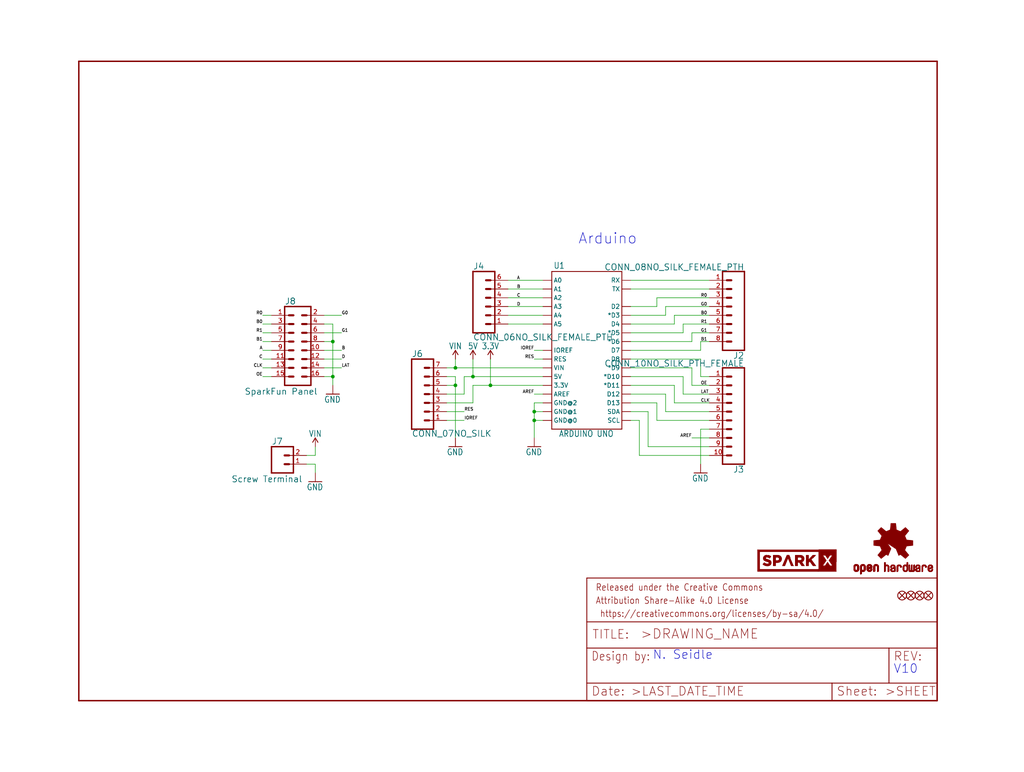
<source format=kicad_sch>
(kicad_sch (version 20211123) (generator eeschema)
  (paper "User" 297.002 223.926)
  (lib_symbols
    (symbol "eagleSchem-eagle-import:3.3V" (power)
      (property "Value" "3.3V" (at 0 2.794 0))
      (symbol "3.3V_1_0"
        (pin power_in line (at 0 0 90) (length 2.54) (name "3.3V") (number "1"))
      )
    )
    (symbol "eagleSchem-eagle-import:5V" (power)
      (property "Value" "5V" (at 0 2.794 0))
      (symbol "5V_1_0"
        (pin power_in line (at 0 0 90) (length 2.54) (name "5V") (number "1"))
      )
    )
    (symbol "eagleSchem-eagle-import:ARDUINO_R3_SHIELDNOLABELS"
      (property "Reference" "J" (at -9.652 21.082 0))
      (property "Value" "ARDUINO_R3_SHIELDNOLABELS" (at -6.35 -27.94 0))
      (symbol "ARDUINO_R3_SHIELDNOLABELS_1_0"
        (pin bidirectional line (at -12.7 -12.7 0) (length 2.54) (name "3.3V") (number "3.3V"))
        (pin bidirectional line (at -12.7 -10.16 0) (length 2.54) (name "5V") (number "5V"))
        (pin bidirectional line (at -12.7 17.78 0) (length 2.54) (name "A0") (number "A0"))
        (pin bidirectional line (at -12.7 15.24 0) (length 2.54) (name "A1") (number "A1"))
        (pin bidirectional line (at -12.7 12.7 0) (length 2.54) (name "A2") (number "A2"))
        (pin bidirectional line (at -12.7 10.16 0) (length 2.54) (name "A3") (number "A3"))
        (pin bidirectional line (at -12.7 7.62 0) (length 2.54) (name "A4") (number "A4"))
        (pin bidirectional line (at -12.7 5.08 0) (length 2.54) (name "A5") (number "A5"))
        (pin bidirectional line (at -12.7 -15.24 0) (length 2.54) (name "AREF") (number "AREF"))
        (pin bidirectional line (at 12.7 -10.16 180) (length 2.54) (name "*D10") (number "D10"))
        (pin bidirectional line (at 12.7 -12.7 180) (length 2.54) (name "*D11") (number "D11"))
        (pin bidirectional line (at 12.7 -15.24 180) (length 2.54) (name "D12") (number "D12"))
        (pin bidirectional line (at 12.7 -17.78 180) (length 2.54) (name "D13") (number "D13"))
        (pin bidirectional line (at 12.7 10.16 180) (length 2.54) (name "D2") (number "D2"))
        (pin bidirectional line (at 12.7 7.62 180) (length 2.54) (name "*D3") (number "D3"))
        (pin bidirectional line (at 12.7 5.08 180) (length 2.54) (name "D4") (number "D4"))
        (pin bidirectional line (at 12.7 2.54 180) (length 2.54) (name "*D5") (number "D5"))
        (pin bidirectional line (at 12.7 0 180) (length 2.54) (name "*D6") (number "D6"))
        (pin bidirectional line (at 12.7 -2.54 180) (length 2.54) (name "D7") (number "D7"))
        (pin bidirectional line (at 12.7 -5.08 180) (length 2.54) (name "D8") (number "D8"))
        (pin bidirectional line (at 12.7 -7.62 180) (length 2.54) (name "*D9") (number "D9"))
        (pin bidirectional line (at -12.7 -22.86 0) (length 2.54) (name "GND@0") (number "GND@0"))
        (pin bidirectional line (at -12.7 -20.32 0) (length 2.54) (name "GND@1") (number "GND@1"))
        (pin bidirectional line (at -12.7 -17.78 0) (length 2.54) (name "GND@2") (number "GND@2"))
        (pin bidirectional line (at -12.7 -2.54 0) (length 2.54) (name "IOREF") (number "IOREF"))
        (pin bidirectional line (at -12.7 -5.08 0) (length 2.54) (name "RES") (number "RES"))
        (pin bidirectional line (at 12.7 17.78 180) (length 2.54) (name "RX") (number "RX"))
        (pin bidirectional line (at 12.7 -22.86 180) (length 2.54) (name "SCL") (number "SCL"))
        (pin bidirectional line (at 12.7 -20.32 180) (length 2.54) (name "SDA") (number "SDA"))
        (pin bidirectional line (at 12.7 15.24 180) (length 2.54) (name "TX") (number "TX"))
        (pin bidirectional line (at -12.7 -7.62 0) (length 2.54) (name "VIN") (number "VIN"))
      )
    )
    (symbol "eagleSchem-eagle-import:CONN_025MM"
      (property "Reference" "J" (at -2.54 5.588 0))
      (property "Value" "CONN_025MM" (at -2.54 -4.826 0))
      (symbol "CONN_025MM_1_0"
        (pin passive line (at 7.62 0 180) (length 5.08) (name "1") (number "1"))
        (pin passive line (at 7.62 2.54 180) (length 5.08) (name "2") (number "2"))
      )
    )
    (symbol "eagleSchem-eagle-import:CONN_06NO_SILK_FEMALE_PTH"
      (property "Reference" "J" (at -5.08 10.668 0))
      (property "Value" "CONN_06NO_SILK_FEMALE_PTH" (at -5.08 -9.906 0))
      (symbol "CONN_06NO_SILK_FEMALE_PTH_1_0"
        (pin passive line (at 5.08 -5.08 180) (length 5.08) (name "1") (number "1"))
        (pin passive line (at 5.08 -2.54 180) (length 5.08) (name "2") (number "2"))
        (pin passive line (at 5.08 0 180) (length 5.08) (name "3") (number "3"))
        (pin passive line (at 5.08 2.54 180) (length 5.08) (name "4") (number "4"))
        (pin passive line (at 5.08 5.08 180) (length 5.08) (name "5") (number "5"))
        (pin passive line (at 5.08 7.62 180) (length 5.08) (name "6") (number "6"))
      )
    )
    (symbol "eagleSchem-eagle-import:CONN_07NO_SILK"
      (property "Reference" "J" (at -5.08 13.208 0))
      (property "Value" "CONN_07NO_SILK" (at -5.08 -9.906 0))
      (symbol "CONN_07NO_SILK_1_0"
        (pin passive line (at 5.08 -5.08 180) (length 5.08) (name "1") (number "1"))
        (pin passive line (at 5.08 -2.54 180) (length 5.08) (name "2") (number "2"))
        (pin passive line (at 5.08 0 180) (length 5.08) (name "3") (number "3"))
        (pin passive line (at 5.08 2.54 180) (length 5.08) (name "4") (number "4"))
        (pin passive line (at 5.08 5.08 180) (length 5.08) (name "5") (number "5"))
        (pin passive line (at 5.08 7.62 180) (length 5.08) (name "6") (number "6"))
        (pin passive line (at 5.08 10.16 180) (length 5.08) (name "7") (number "7"))
      )
    )
    (symbol "eagleSchem-eagle-import:CONN_08NO_SILK_FEMALE_PTH"
      (property "Reference" "J" (at -5.08 13.208 0))
      (property "Value" "CONN_08NO_SILK_FEMALE_PTH" (at -5.08 -12.446 0))
      (symbol "CONN_08NO_SILK_FEMALE_PTH_1_0"
        (pin passive line (at 5.08 -7.62 180) (length 5.08) (name "1") (number "1"))
        (pin passive line (at 5.08 -5.08 180) (length 5.08) (name "2") (number "2"))
        (pin passive line (at 5.08 -2.54 180) (length 5.08) (name "3") (number "3"))
        (pin passive line (at 5.08 0 180) (length 5.08) (name "4") (number "4"))
        (pin passive line (at 5.08 2.54 180) (length 5.08) (name "5") (number "5"))
        (pin passive line (at 5.08 5.08 180) (length 5.08) (name "6") (number "6"))
        (pin passive line (at 5.08 7.62 180) (length 5.08) (name "7") (number "7"))
        (pin passive line (at 5.08 10.16 180) (length 5.08) (name "8") (number "8"))
      )
    )
    (symbol "eagleSchem-eagle-import:CONN_08X2_SHROUD"
      (property "Reference" "J" (at -3.81 13.208 0))
      (property "Value" "CONN_08X2_SHROUD" (at -3.81 -12.446 0))
      (symbol "CONN_08X2_SHROUD_1_0"
        (pin passive line (at -7.62 10.16 0) (length 5.08) (name "1") (number "1"))
        (pin passive line (at 7.62 0 180) (length 5.08) (name "10") (number "10"))
        (pin passive line (at -7.62 -2.54 0) (length 5.08) (name "11") (number "11"))
        (pin passive line (at 7.62 -2.54 180) (length 5.08) (name "12") (number "12"))
        (pin passive line (at -7.62 -5.08 0) (length 5.08) (name "13") (number "13"))
        (pin passive line (at 7.62 -5.08 180) (length 5.08) (name "14") (number "14"))
        (pin passive line (at -7.62 -7.62 0) (length 5.08) (name "15") (number "15"))
        (pin passive line (at 7.62 -7.62 180) (length 5.08) (name "16") (number "16"))
        (pin passive line (at 7.62 10.16 180) (length 5.08) (name "2") (number "2"))
        (pin passive line (at -7.62 7.62 0) (length 5.08) (name "3") (number "3"))
        (pin passive line (at 7.62 7.62 180) (length 5.08) (name "4") (number "4"))
        (pin passive line (at -7.62 5.08 0) (length 5.08) (name "5") (number "5"))
        (pin passive line (at 7.62 5.08 180) (length 5.08) (name "6") (number "6"))
        (pin passive line (at -7.62 2.54 0) (length 5.08) (name "7") (number "7"))
        (pin passive line (at 7.62 2.54 180) (length 5.08) (name "8") (number "8"))
        (pin passive line (at -7.62 0 0) (length 5.08) (name "9") (number "9"))
      )
    )
    (symbol "eagleSchem-eagle-import:CONN_10NO_SILK_PTH_FEMALE"
      (property "Reference" "J" (at 0 8.128 0))
      (property "Value" "CONN_10NO_SILK_PTH_FEMALE" (at 0 -22.606 0))
      (symbol "CONN_10NO_SILK_PTH_FEMALE_1_0"
        (pin passive line (at 10.16 -17.78 180) (length 5.08) (name "1") (number "1"))
        (pin passive line (at 10.16 5.08 180) (length 5.08) (name "10") (number "10"))
        (pin passive line (at 10.16 -15.24 180) (length 5.08) (name "2") (number "2"))
        (pin passive line (at 10.16 -12.7 180) (length 5.08) (name "3") (number "3"))
        (pin passive line (at 10.16 -10.16 180) (length 5.08) (name "4") (number "4"))
        (pin passive line (at 10.16 -7.62 180) (length 5.08) (name "5") (number "5"))
        (pin passive line (at 10.16 -5.08 180) (length 5.08) (name "6") (number "6"))
        (pin passive line (at 10.16 -2.54 180) (length 5.08) (name "7") (number "7"))
        (pin passive line (at 10.16 0 180) (length 5.08) (name "8") (number "8"))
        (pin passive line (at 10.16 2.54 180) (length 5.08) (name "9") (number "9"))
      )
    )
    (symbol "eagleSchem-eagle-import:FIDUCIAL1X2")
    (symbol "eagleSchem-eagle-import:FRAME-LETTER"
      (symbol "FRAME-LETTER_2_0"
        (text " https://creativecommons.org/licenses/by-sa/4.0/" (at 2.54 24.13 0) (effects (font (size 1.9304 1.6408)) (justify left bottom)))
        (text ">DRAWING_NAME" (at 15.494 17.78 0) (effects (font (size 2.7432 2.7432)) (justify left bottom)))
        (text ">LAST_DATE_TIME" (at 12.7 1.27 0) (effects (font (size 2.54 2.54)) (justify left bottom)))
        (text ">SHEET" (at 86.36 1.27 0) (effects (font (size 2.54 2.54)) (justify left bottom)))
        (text "Attribution Share-Alike 4.0 License" (at 2.54 27.94 0) (effects (font (size 1.9304 1.6408)) (justify left bottom)))
        (text "Date:" (at 1.27 1.27 0) (effects (font (size 2.54 2.54)) (justify left bottom)))
        (text "Design by:" (at 1.27 11.43 0) (effects (font (size 2.54 2.159)) (justify left bottom)))
        (text "Released under the Creative Commons" (at 2.54 31.75 0) (effects (font (size 1.9304 1.6408)) (justify left bottom)))
        (text "REV:" (at 88.9 11.43 0) (effects (font (size 2.54 2.54)) (justify left bottom)))
        (text "Sheet:" (at 72.39 1.27 0) (effects (font (size 2.54 2.54)) (justify left bottom)))
        (text "TITLE:" (at 1.524 17.78 0) (effects (font (size 2.54 2.54)) (justify left bottom)))
      )
    )
    (symbol "eagleSchem-eagle-import:GND" (power)
      (property "Value" "GND" (at -2.54 -2.54 0))
      (symbol "GND_1_0"
        (pin power_in line (at 0 2.54 270) (length 2.54) (name "GND") (number "1"))
      )
    )
    (symbol "eagleSchem-eagle-import:OSHW-LOGOMINI")
    (symbol "eagleSchem-eagle-import:SPARKX-LOGO4")
    (symbol "eagleSchem-eagle-import:VIN" (power)
      (property "Value" "VIN" (at 0 2.794 0))
      (symbol "VIN_1_0"
        (pin power_in line (at 0 0 90) (length 2.54) (name "VIN") (number "1"))
      )
    )
  )
  (junction (at 132.08 106.68))
  (junction (at 137.16 109.22))
  (junction (at 132.08 111.76))
  (junction (at 154.94 121.92))
  (junction (at 142.24 111.76))
  (junction (at 96.52 109.22))
  (junction (at 154.94 119.38))
  (junction (at 96.52 99.06))
  (wire (pts (xy 93.98 101.6) (xy 99.06 101.6)))
  (wire (pts (xy 182.88 111.76) (xy 195.58 111.76)))
  (wire (pts (xy 96.52 109.22) (xy 96.52 111.76)))
  (wire (pts (xy 190.5 121.92) (xy 205.74 121.92)))
  (wire (pts (xy 137.16 109.22) (xy 134.62 109.22)))
  (wire (pts (xy 200.66 96.52) (xy 205.74 96.52)))
  (wire (pts (xy 78.74 99.06) (xy 76.2 99.06)))
  (wire (pts (xy 157.48 101.6) (xy 154.94 101.6)))
  (wire (pts (xy 147.32 93.98) (xy 157.48 93.98)))
  (wire (pts (xy 78.74 91.44) (xy 76.2 91.44)))
  (wire (pts (xy 203.2 104.14) (xy 203.2 109.22)))
  (wire (pts (xy 137.16 111.76) (xy 137.16 116.84)))
  (wire (pts (xy 93.98 93.98) (xy 96.52 93.98)))
  (wire (pts (xy 198.12 93.98) (xy 205.74 93.98)))
  (wire (pts (xy 132.08 104.14) (xy 132.08 106.68)))
  (wire (pts (xy 182.88 96.52) (xy 198.12 96.52)))
  (wire (pts (xy 182.88 116.84) (xy 190.5 116.84)))
  (wire (pts (xy 182.88 91.44) (xy 193.04 91.44)))
  (wire (pts (xy 190.5 116.84) (xy 190.5 121.92)))
  (wire (pts (xy 88.9 132.08) (xy 91.44 132.08)))
  (wire (pts (xy 182.88 81.28) (xy 205.74 81.28)))
  (wire (pts (xy 157.48 114.3) (xy 154.94 114.3)))
  (wire (pts (xy 154.94 121.92) (xy 154.94 127)))
  (wire (pts (xy 205.74 127) (xy 200.66 127)))
  (wire (pts (xy 193.04 91.44) (xy 193.04 88.9)))
  (wire (pts (xy 182.88 83.82) (xy 205.74 83.82)))
  (wire (pts (xy 147.32 81.28) (xy 157.48 81.28)))
  (wire (pts (xy 198.12 96.52) (xy 198.12 93.98)))
  (wire (pts (xy 185.42 132.08) (xy 185.42 121.92)))
  (wire (pts (xy 203.2 109.22) (xy 205.74 109.22)))
  (wire (pts (xy 195.58 111.76) (xy 195.58 116.84)))
  (wire (pts (xy 129.54 109.22) (xy 132.08 109.22)))
  (wire (pts (xy 157.48 106.68) (xy 132.08 106.68)))
  (wire (pts (xy 78.74 93.98) (xy 76.2 93.98)))
  (wire (pts (xy 154.94 116.84) (xy 154.94 119.38)))
  (wire (pts (xy 182.88 114.3) (xy 193.04 114.3)))
  (wire (pts (xy 193.04 114.3) (xy 193.04 119.38)))
  (wire (pts (xy 129.54 119.38) (xy 134.62 119.38)))
  (wire (pts (xy 187.96 119.38) (xy 187.96 129.54)))
  (wire (pts (xy 132.08 109.22) (xy 132.08 111.76)))
  (wire (pts (xy 182.88 109.22) (xy 198.12 109.22)))
  (wire (pts (xy 205.74 132.08) (xy 185.42 132.08)))
  (wire (pts (xy 134.62 109.22) (xy 134.62 114.3)))
  (wire (pts (xy 205.74 124.46) (xy 203.2 124.46)))
  (wire (pts (xy 88.9 134.62) (xy 91.44 134.62)))
  (wire (pts (xy 190.5 88.9) (xy 190.5 86.36)))
  (wire (pts (xy 182.88 106.68) (xy 200.66 106.68)))
  (wire (pts (xy 137.16 116.84) (xy 129.54 116.84)))
  (wire (pts (xy 182.88 104.14) (xy 203.2 104.14)))
  (wire (pts (xy 182.88 88.9) (xy 190.5 88.9)))
  (wire (pts (xy 185.42 121.92) (xy 182.88 121.92)))
  (wire (pts (xy 142.24 111.76) (xy 137.16 111.76)))
  (wire (pts (xy 157.48 119.38) (xy 154.94 119.38)))
  (wire (pts (xy 132.08 106.68) (xy 129.54 106.68)))
  (wire (pts (xy 187.96 129.54) (xy 205.74 129.54)))
  (wire (pts (xy 154.94 119.38) (xy 154.94 121.92)))
  (wire (pts (xy 195.58 91.44) (xy 205.74 91.44)))
  (wire (pts (xy 93.98 106.68) (xy 99.06 106.68)))
  (wire (pts (xy 96.52 99.06) (xy 96.52 109.22)))
  (wire (pts (xy 93.98 91.44) (xy 99.06 91.44)))
  (wire (pts (xy 78.74 96.52) (xy 76.2 96.52)))
  (wire (pts (xy 93.98 104.14) (xy 99.06 104.14)))
  (wire (pts (xy 182.88 101.6) (xy 203.2 101.6)))
  (wire (pts (xy 129.54 111.76) (xy 132.08 111.76)))
  (wire (pts (xy 190.5 86.36) (xy 205.74 86.36)))
  (wire (pts (xy 147.32 86.36) (xy 157.48 86.36)))
  (wire (pts (xy 200.66 99.06) (xy 200.66 96.52)))
  (wire (pts (xy 134.62 114.3) (xy 129.54 114.3)))
  (wire (pts (xy 93.98 109.22) (xy 96.52 109.22)))
  (wire (pts (xy 198.12 114.3) (xy 205.74 114.3)))
  (wire (pts (xy 195.58 93.98) (xy 195.58 91.44)))
  (wire (pts (xy 195.58 116.84) (xy 205.74 116.84)))
  (wire (pts (xy 91.44 132.08) (xy 91.44 129.54)))
  (wire (pts (xy 157.48 104.14) (xy 154.94 104.14)))
  (wire (pts (xy 182.88 99.06) (xy 200.66 99.06)))
  (wire (pts (xy 182.88 93.98) (xy 195.58 93.98)))
  (wire (pts (xy 137.16 109.22) (xy 137.16 104.14)))
  (wire (pts (xy 193.04 88.9) (xy 205.74 88.9)))
  (wire (pts (xy 147.32 83.82) (xy 157.48 83.82)))
  (wire (pts (xy 200.66 111.76) (xy 205.74 111.76)))
  (wire (pts (xy 78.74 104.14) (xy 76.2 104.14)))
  (wire (pts (xy 157.48 116.84) (xy 154.94 116.84)))
  (wire (pts (xy 93.98 99.06) (xy 96.52 99.06)))
  (wire (pts (xy 78.74 109.22) (xy 76.2 109.22)))
  (wire (pts (xy 96.52 93.98) (xy 96.52 99.06)))
  (wire (pts (xy 157.48 111.76) (xy 142.24 111.76)))
  (wire (pts (xy 200.66 106.68) (xy 200.66 111.76)))
  (wire (pts (xy 129.54 121.92) (xy 134.62 121.92)))
  (wire (pts (xy 91.44 134.62) (xy 91.44 137.16)))
  (wire (pts (xy 147.32 91.44) (xy 157.48 91.44)))
  (wire (pts (xy 193.04 119.38) (xy 205.74 119.38)))
  (wire (pts (xy 198.12 109.22) (xy 198.12 114.3)))
  (wire (pts (xy 93.98 96.52) (xy 99.06 96.52)))
  (wire (pts (xy 203.2 124.46) (xy 203.2 134.62)))
  (wire (pts (xy 203.2 99.06) (xy 205.74 99.06)))
  (wire (pts (xy 142.24 104.14) (xy 142.24 111.76)))
  (wire (pts (xy 78.74 101.6) (xy 76.2 101.6)))
  (wire (pts (xy 78.74 106.68) (xy 76.2 106.68)))
  (wire (pts (xy 157.48 121.92) (xy 154.94 121.92)))
  (wire (pts (xy 147.32 88.9) (xy 157.48 88.9)))
  (wire (pts (xy 203.2 101.6) (xy 203.2 99.06)))
  (wire (pts (xy 157.48 109.22) (xy 137.16 109.22)))
  (wire (pts (xy 182.88 119.38) (xy 187.96 119.38)))
  (wire (pts (xy 132.08 111.76) (xy 132.08 127)))
  (text "V10" (at 259.08 195.58 180) (effects (font (size 2.54 2.54)) (justify left bottom)))
  (text "Arduino" (at 167.64 71.12 180) (effects (font (size 3.048 3.048)) (justify left bottom)))
  (text "N. Seidle" (at 189.23 191.516 180) (effects (font (size 2.54 2.54)) (justify left bottom)))
  (label "D" (at 149.86 88.9 0) (effects (font (size 0.889 0.889))))
  (label "G0" (at 99.06 91.44 0) (effects (font (size 0.889 0.889))))
  (label "CLK" (at 203.2 116.84 0) (effects (font (size 0.889 0.889))))
  (label "B" (at 149.86 83.82 0) (effects (font (size 0.889 0.889))))
  (label "B1" (at 203.2 99.06 0) (effects (font (size 0.889 0.889))))
  (label "CLK" (at 76.2 106.68 180) (effects (font (size 0.889 0.889))))
  (label "LAT" (at 99.06 106.68 0) (effects (font (size 0.889 0.889))))
  (label "B0" (at 203.2 91.44 0) (effects (font (size 0.889 0.889))))
  (label "R1" (at 203.2 93.98 0) (effects (font (size 0.889 0.889))))
  (label "RES" (at 154.94 104.14 180) (effects (font (size 0.889 0.889))))
  (label "C" (at 149.86 86.36 0) (effects (font (size 0.889 0.889))))
  (label "RES" (at 134.62 119.38 0) (effects (font (size 0.889 0.889))))
  (label "AREF" (at 154.94 114.3 180) (effects (font (size 0.889 0.889))))
  (label "G1" (at 99.06 96.52 0) (effects (font (size 0.889 0.889))))
  (label "R0" (at 76.2 91.44 180) (effects (font (size 0.889 0.889))))
  (label "A" (at 76.2 101.6 180) (effects (font (size 0.889 0.889))))
  (label "C" (at 76.2 104.14 180) (effects (font (size 0.889 0.889))))
  (label "LAT" (at 203.2 114.3 0) (effects (font (size 0.889 0.889))))
  (label "B1" (at 76.2 99.06 180) (effects (font (size 0.889 0.889))))
  (label "AREF" (at 200.66 127 180) (effects (font (size 0.889 0.889))))
  (label "G0" (at 203.2 88.9 0) (effects (font (size 0.889 0.889))))
  (label "R0" (at 203.2 86.36 0) (effects (font (size 0.889 0.889))))
  (label "IOREF" (at 154.94 101.6 180) (effects (font (size 0.889 0.889))))
  (label "OE" (at 76.2 109.22 180) (effects (font (size 0.889 0.889))))
  (label "G1" (at 203.2 96.52 0) (effects (font (size 0.889 0.889))))
  (label "R1" (at 76.2 96.52 180) (effects (font (size 0.889 0.889))))
  (label "A" (at 149.86 81.28 0) (effects (font (size 0.889 0.889))))
  (label "B" (at 99.06 101.6 0) (effects (font (size 0.889 0.889))))
  (label "IOREF" (at 134.62 121.92 0) (effects (font (size 0.889 0.889))))
  (label "B0" (at 76.2 93.98 180) (effects (font (size 0.889 0.889))))
  (label "OE" (at 203.2 111.76 0) (effects (font (size 0.889 0.889))))
  (label "D" (at 99.06 104.14 0) (effects (font (size 0.889 0.889))))
  (symbol (lib_id "eagleSchem-eagle-import:FIDUCIAL1X2") (at 264.16 172.72 0) (unit 1)
    (property "Reference" "FD1" (effects hide))
    (property "Value" "FIDUCIAL1X2" (effects hide))
    (property "Footprint" "eagleSchem:FIDUCIAL-1X2" (effects hide))
  )
  (symbol (lib_id "eagleSchem-eagle-import:SPARKX-LOGO4") (at 231.14 162.56 0) (unit 1)
    (property "Reference" "U$91" (effects hide))
    (property "Value" "SPARKX-LOGO4" (effects hide))
    (property "Footprint" "eagleSchem:SPARKX-MEDIUM" (effects hide))
  )
  (symbol (lib_id "eagleSchem-eagle-import:CONN_10NO_SILK_PTH_FEMALE") (at 215.9 127 180) (unit 1)
    (property "Reference" "J3" (at 215.9 135.128 0) (effects (font (size 1.778 1.778)) (justify left bottom)))
    (property "Value" "CONN_10NO_SILK_PTH_FEMALE" (at 215.9 104.394 0) (effects (font (size 1.778 1.778)) (justify left bottom)))
    (property "Footprint" "eagleSchem:1X10_NO_SILK" (effects hide))
  )
  (symbol (lib_id "eagleSchem-eagle-import:GND") (at 96.52 114.3 0) (unit 1)
    (property "Reference" "#GND7" (effects hide))
    (property "Value" "GND" (at 93.98 116.84 0) (effects (font (size 1.778 1.5113)) (justify left bottom)))
    (property "Footprint" "eagleSchem:" (effects hide))
  )
  (symbol (lib_id "eagleSchem-eagle-import:ARDUINO_R3_SHIELDNOLABELS") (at 170.18 99.06 0) (unit 1)
    (property "Reference" "U1" (at 160.528 77.978 0) (effects (font (size 1.778 1.5113)) (justify left bottom)))
    (property "Value" "ARDUINO UNO" (at 162.052 126.746 0) (effects (font (size 1.778 1.5113)) (justify left bottom)))
    (property "Footprint" "eagleSchem:UNO_R3_SHIELD_NOLABELS" (effects hide))
  )
  (symbol (lib_id "eagleSchem-eagle-import:FRAME-LETTER") (at 22.86 203.2 0) (unit 1)
    (property "Reference" "FRAME1" (effects hide))
    (property "Value" "FRAME-LETTER" (effects hide))
    (property "Footprint" "eagleSchem:CREATIVE_COMMONS" (effects hide))
  )
  (symbol (lib_id "eagleSchem-eagle-import:5V") (at 137.16 104.14 0) (unit 1)
    (property "Reference" "#SUPPLY10" (effects hide))
    (property "Value" "5V" (at 137.16 101.346 0) (effects (font (size 1.778 1.5113)) (justify bottom)))
    (property "Footprint" "eagleSchem:" (effects hide))
  )
  (symbol (lib_id "eagleSchem-eagle-import:FIDUCIAL1X2") (at 261.62 172.72 0) (unit 1)
    (property "Reference" "FD4" (effects hide))
    (property "Value" "FIDUCIAL1X2" (effects hide))
    (property "Footprint" "eagleSchem:FIDUCIAL-1X2" (effects hide))
  )
  (symbol (lib_id "eagleSchem-eagle-import:FIDUCIAL1X2") (at 269.24 172.72 0) (unit 1)
    (property "Reference" "FD2" (effects hide))
    (property "Value" "FIDUCIAL1X2" (effects hide))
    (property "Footprint" "eagleSchem:FIDUCIAL-1X2" (effects hide))
  )
  (symbol (lib_id "eagleSchem-eagle-import:VIN") (at 132.08 104.14 0) (unit 1)
    (property "Reference" "#SUPPLY8" (effects hide))
    (property "Value" "VIN" (at 132.08 101.346 0) (effects (font (size 1.778 1.5113)) (justify bottom)))
    (property "Footprint" "eagleSchem:" (effects hide))
  )
  (symbol (lib_id "eagleSchem-eagle-import:GND") (at 154.94 129.54 0) (unit 1)
    (property "Reference" "#GND1" (effects hide))
    (property "Value" "GND" (at 152.4 132.08 0) (effects (font (size 1.778 1.5113)) (justify left bottom)))
    (property "Footprint" "eagleSchem:" (effects hide))
  )
  (symbol (lib_id "eagleSchem-eagle-import:CONN_06NO_SILK_FEMALE_PTH") (at 142.24 88.9 0) (unit 1)
    (property "Reference" "J4" (at 137.16 78.232 0) (effects (font (size 1.778 1.778)) (justify left bottom)))
    (property "Value" "CONN_06NO_SILK_FEMALE_PTH" (at 137.16 98.806 0) (effects (font (size 1.778 1.778)) (justify left bottom)))
    (property "Footprint" "eagleSchem:1X06_NO_SILK" (effects hide))
  )
  (symbol (lib_id "eagleSchem-eagle-import:VIN") (at 91.44 129.54 0) (unit 1)
    (property "Reference" "#SUPPLY3" (effects hide))
    (property "Value" "VIN" (at 91.44 126.746 0) (effects (font (size 1.778 1.5113)) (justify bottom)))
    (property "Footprint" "eagleSchem:" (effects hide))
  )
  (symbol (lib_id "eagleSchem-eagle-import:FRAME-LETTER") (at 170.18 203.2 0) (unit 2)
    (property "Reference" "FRAME1" (effects hide))
    (property "Value" "FRAME-LETTER" (effects hide))
    (property "Footprint" "eagleSchem:CREATIVE_COMMONS" (effects hide))
  )
  (symbol (lib_id "eagleSchem-eagle-import:GND") (at 91.44 139.7 0) (unit 1)
    (property "Reference" "#GND6" (effects hide))
    (property "Value" "GND" (at 88.9 142.24 0) (effects (font (size 1.778 1.5113)) (justify left bottom)))
    (property "Footprint" "eagleSchem:" (effects hide))
  )
  (symbol (lib_id "eagleSchem-eagle-import:CONN_025MM") (at 81.28 134.62 0) (unit 1)
    (property "Reference" "J7" (at 78.74 129.032 0) (effects (font (size 1.778 1.778)) (justify left bottom)))
    (property "Value" "Screw Terminal" (at 67.056 139.954 0) (effects (font (size 1.778 1.778)) (justify left bottom)))
    (property "Footprint" "eagleSchem:SCREWTERMINAL-5MM-2" (effects hide))
  )
  (symbol (lib_id "eagleSchem-eagle-import:CONN_08NO_SILK_FEMALE_PTH") (at 210.82 88.9 180) (unit 1)
    (property "Reference" "J2" (at 215.9 102.108 0) (effects (font (size 1.778 1.778)) (justify left bottom)))
    (property "Value" "CONN_08NO_SILK_FEMALE_PTH" (at 215.9 76.454 0) (effects (font (size 1.778 1.778)) (justify left bottom)))
    (property "Footprint" "eagleSchem:1X08_NO_SILK" (effects hide))
  )
  (symbol (lib_id "eagleSchem-eagle-import:GND") (at 132.08 129.54 0) (unit 1)
    (property "Reference" "#GND4" (effects hide))
    (property "Value" "GND" (at 129.54 132.08 0) (effects (font (size 1.778 1.5113)) (justify left bottom)))
    (property "Footprint" "eagleSchem:" (effects hide))
  )
  (symbol (lib_id "eagleSchem-eagle-import:GND") (at 203.2 137.16 0) (unit 1)
    (property "Reference" "#GND3" (effects hide))
    (property "Value" "GND" (at 200.66 139.7 0) (effects (font (size 1.778 1.5113)) (justify left bottom)))
    (property "Footprint" "eagleSchem:" (effects hide))
  )
  (symbol (lib_id "eagleSchem-eagle-import:CONN_07NO_SILK") (at 124.46 116.84 0) (unit 1)
    (property "Reference" "J6" (at 119.38 103.632 0) (effects (font (size 1.778 1.778)) (justify left bottom)))
    (property "Value" "CONN_07NO_SILK" (at 119.38 126.746 0) (effects (font (size 1.778 1.778)) (justify left bottom)))
    (property "Footprint" "eagleSchem:1X07_NO_SILK" (effects hide))
  )
  (symbol (lib_id "eagleSchem-eagle-import:CONN_08X2_SHROUD") (at 86.36 101.6 0) (unit 1)
    (property "Reference" "J8" (at 82.55 88.392 0) (effects (font (size 1.778 1.778)) (justify left bottom)))
    (property "Value" "SparkFun Panel" (at 70.866 114.554 0) (effects (font (size 1.778 1.778)) (justify left bottom)))
    (property "Footprint" "eagleSchem:2X8-SHROUDED_LOCK" (effects hide))
  )
  (symbol (lib_id "eagleSchem-eagle-import:3.3V") (at 142.24 104.14 0) (unit 1)
    (property "Reference" "#SUPPLY4" (effects hide))
    (property "Value" "3.3V" (at 142.24 101.346 0) (effects (font (size 1.778 1.5113)) (justify bottom)))
    (property "Footprint" "eagleSchem:" (effects hide))
  )
  (symbol (lib_id "eagleSchem-eagle-import:FIDUCIAL1X2") (at 266.7 172.72 0) (unit 1)
    (property "Reference" "FD3" (effects hide))
    (property "Value" "FIDUCIAL1X2" (effects hide))
    (property "Footprint" "eagleSchem:FIDUCIAL-1X2" (effects hide))
  )
  (symbol (lib_id "eagleSchem-eagle-import:OSHW-LOGOMINI") (at 259.08 157.48 0) (unit 1)
    (property "Reference" "LOGO1" (effects hide))
    (property "Value" "OSHW-LOGOMINI" (effects hide))
    (property "Footprint" "eagleSchem:OSHW-LOGO-MINI" (effects hide))
  )
)
</source>
